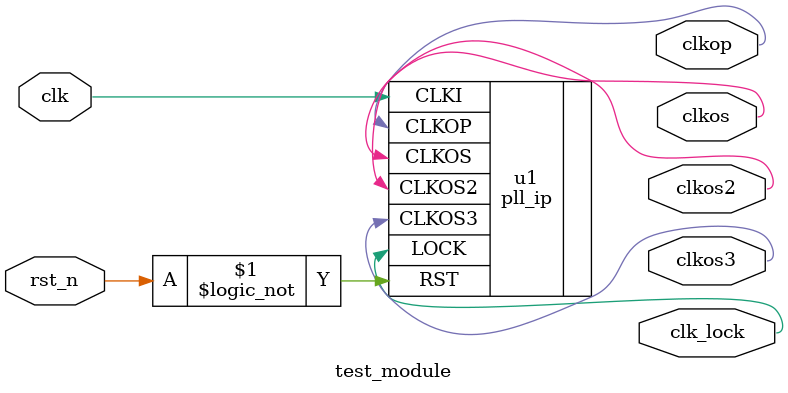
<source format=v>


module test_module
(
    input clk,
    input rst_n,
    
    output clkop,
    output clkos,
    output clkos2,
    output clkos3,
    output clk_lock
);


    pll_ip u1
    (
        .CLKI(clk),         //12M
        .RST(!rst_n),
        .CLKOP(clkop),      //12M clk_fb
        .CLKOS(clkos),      //5M
        .CLKOS2(clkos2),    //2M
        .CLKOS3(clkos3),    //1M
        .LOCK(clk_lock)     //lock
    );
    
    
endmodule


</source>
